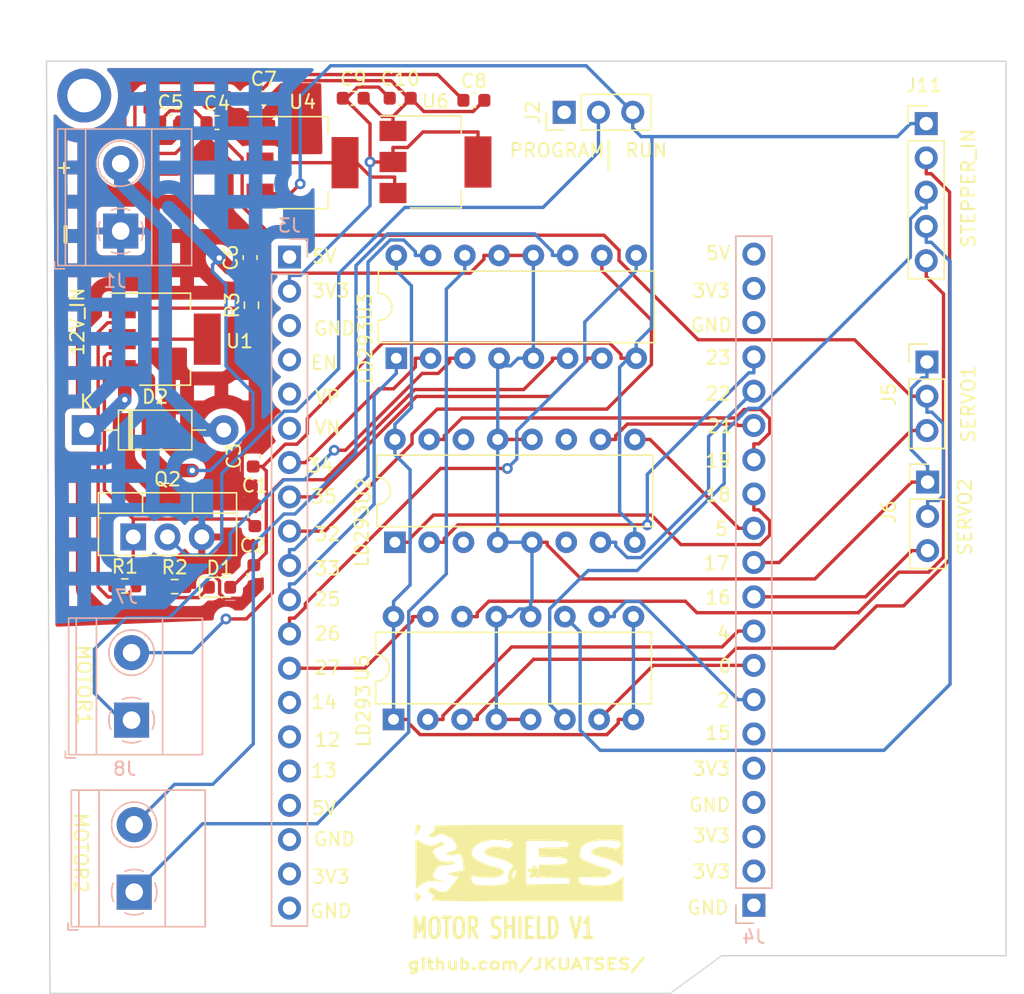
<source format=kicad_pcb>
(kicad_pcb (version 20211014) (generator pcbnew)
  (layers (0 "F.Cu" signal) (31 "B.Cu" signal) (34 "B.Paste" user) (35 "F.Paste" user) (36 "B.SilkS" user "B.Silkscreen") (37 "F.SilkS" user "F.Silkscreen") (38 "B.Mask" user) (39 "F.Mask" user) (44 "Edge.Cuts" user))
  (net 0 "")
  (net 1 "Net-(C1-Pad1)")
  (net 2 "GND")
  (net 3 "Net-(D1-Pad1)")
  (net 4 "+5V")
  (net 6 "12V")
  (net 7 "SERVO_5V")
  (net 8 "STEPPER_IN3")
  (net 9 "STEPPER_IN1")
  (net 10 "END")
  (net 11 "SERVO2_SIGNAL")
  (net 12 "SERVO1_SIGNAL")
  (net 13 "ENC")
  (net 14 "IN8")
  (net 15 "MOTOR_A_OUT+")
  (net 16 "MOTOR_A_OUT-")
  (net 17 "MOTOR_B_OUT+")
  (net 18 "MOTOR_B_OUT-")
  (net 19 "MOTOR_C_OUT-")
  (net 20 "MOTOR_C_OUT+")
  (net 21 "MOTOR_D_OUT+")
  (net 22 "MOTOR_D_OUT-")
  (net 23 "OUT1")
  (net 24 "OUT3")
  (net 25 "OUT2")
  (net 26 "OUT4")
  (net 27 "IN5")
  (net 28 "IN6")
  (net 29 "IN7")
  (net 30 "ENA")
  (net 31 "IN1")
  (net 32 "IN2")
  (net 33 "ENB")
  (net 34 "IN3")
  (net 35 "IN4")
  (net 36 "STEPPER_IN2")
  (net 37 "STEPPER_IN4")
  (net 58 "Net-(R1-Pad2)")
  (net 59 "Net-(C6-Pad1)")
  (net 60 "3v3")
  (net 61 "Net-(J2-Pad2)")
  (net 62 "3V3")
  (net 64 "Net-(J1-Pad2)")
  (footprint "custom-footprints:sesboard-logo" (layer "F.Cu") (at 96.774 118.745)
    (fp_text reference "G***")
    (fp_text value "LOGO" hide)
  )
  (footprint "Connector_PinHeader_2.54mm:PinHeader_1x03_P2.54mm_Vertical" (layer "F.Cu") (at 98.567 61.951 90)
    (fp_text reference "J2")
    (fp_text value "Conn_01x03_Female")
  )
  (footprint "Package_TO_SOT_SMD:SOT-223-3_TabPin2" (layer "F.Cu") (at 79.1718 65.6844)
    (fp_text reference "U4")
    (fp_text value "AMS1117-5.0")
  )
  (footprint "Capacitor_SMD:C_0603_1608Metric" (layer "F.Cu") (at 75.6412 91.8464 90)
    (fp_text reference "C1")
    (fp_text value "1uF")
  )
  (footprint "Capacitor_SMD:C_0603_1608Metric" (layer "F.Cu") (at 86.4108 60.9092)
    (fp_text reference "C10")
    (fp_text value "10uF")
  )
  (footprint "Capacitor_SMD:C_0603_1608Metric_Pad1.08x0.95mm_HandSolder" (layer "F.Cu") (at 69.3928 62.6618)
    (fp_text reference "C5")
    (fp_text value "100nF")
  )
  (footprint "Package_TO_SOT_THT:TO-220-3_Vertical" (layer "F.Cu") (at 66.6242 93.4212)
    (fp_text reference "Q2")
    (fp_text value "TIP3055")
  )
  (footprint "Capacitor_SMD:C_0603_1608Metric" (layer "F.Cu") (at 75.5142 87.4268 90)
    (fp_text reference "C3")
    (fp_text value "100nF")
  )
  (footprint "LED_SMD:LED_0603_1608Metric" (layer "F.Cu") (at 73.025 97.155)
    (fp_text reference "D1")
    (fp_text value "GREEN_LED")
  )
  (footprint "Package_DIP:DIP-16_W7.62mm" (layer "F.Cu") (at 86.0194 93.8176 90)
    (fp_text reference "U2")
    (fp_text value "L293D")
  )
  (footprint "Capacitor_SMD:C_0603_1608Metric" (layer "F.Cu") (at 75.2856 72.7202 90)
    (fp_text reference "C6")
    (fp_text value "0.1uF")
  )
  (footprint "Resistor_SMD:R_0603_1608Metric" (layer "F.Cu") (at 66.0024 97.0534)
    (fp_text reference "R1")
    (fp_text value "240R")
  )
  (footprint "Diode_THT:D_DO-41_SOD81_P10.16mm_Horizontal" (layer "F.Cu") (at 63.17 85.5)
    (fp_text reference "D2")
    (fp_text value "1N4007")
  )
  (footprint "Package_TO_SOT_SMD:SOT-223-3_TabPin2" (layer "F.Cu") (at 89.027 65.6336)
    (fp_text reference "U6")
    (fp_text value "AMS1117-3.3")
  )
  (footprint "Connector_PinHeader_2.54mm:PinHeader_1x05_P2.54mm_Vertical" (layer "F.Cu") (at 125.3998 62.7888)
    (fp_text reference "J11")
    (fp_text value "STEPPER_TERMINAL")
  )
  (footprint "Capacitor_SMD:C_0603_1608Metric" (layer "F.Cu") (at 82.931 60.9092)
    (fp_text reference "C9")
    (fp_text value "10uF")
  )
  (footprint "Connector_PinHeader_2.54mm:PinHeader_1x03_P2.54mm_Vertical" (layer "F.Cu") (at 125.5014 89.3572)
    (fp_text reference "J6")
    (fp_text value "SERVO2")
  )
  (footprint "Package_DIP:DIP-16_W7.62mm" (layer "F.Cu") (at 85.9178 106.9494 90)
    (fp_text reference "U5")
    (fp_text value "L293D")
  )
  (footprint "Capacitor_SMD:C_0603_1608Metric" (layer "F.Cu") (at 91.8718 61.0616)
    (fp_text reference "C8")
    (fp_text value "10uF")
  )
  (footprint "Capacitor_SMD:C_0603_1608Metric" (layer "F.Cu") (at 75.565 96.2914 -90)
    (fp_text reference "C2")
    (fp_text value "10uF")
  )
  (footprint "Package_TO_SOT_SMD:SOT-223-3_TabPin2" (layer "F.Cu") (at 68.961 78.7654)
    (fp_text reference "U1")
    (fp_text value "LM317_SOT-223")
  )
  (footprint "Connector_PinHeader_2.54mm:PinHeader_1x03_P2.54mm_Vertical" (layer "F.Cu") (at 125.4506 80.4568)
    (fp_text reference "J5")
    (fp_text value "SERVO1")
  )
  (footprint "Package_DIP:DIP-16_W7.62mm" (layer "F.Cu") (at 86.121 80.1778 90)
    (fp_text reference "U3")
    (fp_text value "L293D")
  )
  (footprint "Resistor_SMD:R_0603_1608Metric" (layer "F.Cu") (at 75.3872 76.2508 90)
    (fp_text reference "R3")
    (fp_text value "2K")
  )
  (footprint "Resistor_SMD:R_0603_1608Metric" (layer "F.Cu") (at 69.6976 97.1042)
    (fp_text reference "R2")
    (fp_text value "2K")
  )
  (footprint "Capacitor_SMD:C_0603_1608Metric" (layer "F.Cu") (at 76.3016 60.9092)
    (fp_text reference "C7")
    (fp_text value "10uF")
  )
  (footprint "Capacitor_SMD:C_0603_1608Metric" (layer "F.Cu") (at 72.8348 62.7126)
    (fp_text reference "C4")
    (fp_text value "10uF")
  )
  (footprint "Connector_PinHeader_2.54mm:PinHeader_1x20_P2.54mm_Vertical" (layer "B.Cu") (at 112.6236 120.7212)
    (fp_text reference "J4")
    (fp_text value "Conn_01x20_Female")
  )
  (footprint "TerminalBlock_Phoenix:TerminalBlock_Phoenix_MKDS-1,5-2_1x02_P5.00mm_Horizontal" (layer "B.Cu") (at 66.5 107 90)
    (fp_text reference "J7")
    (fp_text value "MOTOR_A_OUT")
  )
  (footprint "TerminalBlock_Phoenix:TerminalBlock_Phoenix_MKDS-1,5-2_1x02_P5.00mm_Horizontal" (layer "B.Cu") (at 66.695 119.75 90)
    (fp_text reference "J8")
    (fp_text value "MOTOR_B_OUT")
  )
  (footprint "TerminalBlock_Phoenix:TerminalBlock_Phoenix_MKDS-1,5-2_1x02_P5.00mm_Horizontal" (layer "B.Cu") (at 65.695 70.75 90)
    (fp_text reference "J1")
    (fp_text value "EXTERNAL_MOTOR_POWER")
  )
  (footprint "Connector_PinHeader_2.54mm:PinHeader_1x20_P2.54mm_Vertical" (layer "B.Cu") (at 78.2066 72.6744 180)
    (fp_text reference "J3")
    (fp_text value "Conn_01x20_Female")
  )
  (gr_line (start 101.854 64.008) (end 101.854 66.294) (layer "F.SilkS") (width 0.15))
  (gr_line (start 62.484 127.254) (end 60.452 127.254) (layer "Edge.Cuts") (width 0.1))
  (gr_line (start 60.452 127.254) (end 60.198 58.166) (layer "Edge.Cuts") (width 0.1))
  (gr_line (start 131.318 58.166) (end 131.318 124.46) (layer "Edge.Cuts") (width 0.1))
  (gr_line (start 62.23 58.166) (end 131.318 58.166) (layer "Edge.Cuts") (width 0.1))
  (gr_line (start 110.236 124.46) (end 106.426 127.254) (layer "Edge.Cuts") (width 0.1))
  (gr_line (start 106.426 127.254) (end 62.484 127.254) (layer "Edge.Cuts") (width 0.1))
  (gr_line (start 62.23 58.166) (end 60.198 58.166) (layer "Edge.Cuts") (width 0.1))
  (gr_line (start 131.318 124.46) (end 110.236 124.46) (layer "Edge.Cuts") (width 0.1))
  (gr_text "5V" (at 80.772 72.644) (layer "F.SilkS") (effects (font (size 1 1))))
  (gr_text "VN" (at 81.026 85.344) (layer "F.SilkS") (effects (font (size 1 1))))
  (gr_text "SERVO1" (at 128.524 83.566 90) (layer "F.SilkS") (effects (font (size 1 1))))
  (gr_text "SERVO2" (at 128.27 91.948 90) (layer "F.SilkS") (effects (font (size 1 1))))
  (gr_text "GND" (at 81.534 115.824) (layer "F.SilkS") (effects (font (size 1 1))))
  (gr_text "5" (at 110.236 92.837) (layer "F.SilkS") (effects (font (size 1 1))))
  (gr_text "GND" (at 109.347 113.284) (layer "F.SilkS") (effects (font (size 1 1))))
  (gr_text "22" (at 109.982 82.804) (layer "F.SilkS") (effects (font (size 1 1))))
  (gr_text "23" (at 109.982 80.137) (layer "F.SilkS") (effects (font (size 1 1))))
  (gr_text "GND" (at 109.22 120.904) (layer "F.SilkS") (effects (font (size 1 1))))
  (gr_text "2" (at 110.363 105.537) (layer "F.SilkS") (effects (font (size 1 1))))
  (gr_text "21" (at 110.109 85.217) (layer "F.SilkS") (effects (font (size 1 1))))
  (gr_text "17" (at 109.855 95.377) (layer "F.SilkS") (effects (font (size 1 1))))
  (gr_text "5V" (at 80.772 113.538) (layer "F.SilkS") (effects (font (size 1 1))))
  (gr_text "LD293" (at 83.82 79.756 90) (layer "F.SilkS") (effects (font (size 1 1))))
  (gr_text "33" (at 81.026 95.758) (layer "F.SilkS") (effects (font (size 1 1))))
  (gr_text "26" (at 81.026 100.584) (layer "F.SilkS") (effects (font (size 1 1))))
  (gr_text "15" (at 109.982 107.95) (layer "F.SilkS") (effects (font (size 1 1))))
  (gr_text "5V" (at 109.982 72.39) (layer "F.SilkS") (effects (font (size 1 1))))
  (gr_text "3V3" (at 109.474 115.57) (layer "F.SilkS") (effects (font (size 1 1))))
  (gr_text "25" (at 81.026 98.044) (layer "F.SilkS") (effects (font (size 1 1))))
  (gr_text "3V3" (at 109.474 118.237) (layer "F.SilkS") (effects (font (size 1 1))))
  (gr_text "LD293" (at 83.693 106.68 90) (layer "F.SilkS") (effects (font (size 1 1))))
  (gr_text "GND" (at 109.474 77.724) (layer "F.SilkS") (effects (font (size 1 1))))
  (gr_text "MOTOR SHIELD V1" (at 87.122 122.428) (layer "F.SilkS") (effects (font (size 1.5 1) (thickness 0.25)) (justify left)))
  (gr_text "35" (at 80.772 90.424) (layer "F.SilkS") (effects (font (size 1 1))))
  (gr_text "EN" (at 80.772 80.518) (layer "F.SilkS") (effects (font (size 1 1))))
  (gr_text "MOTOR2\n" (at 62.738 116.84 270) (layer "F.SilkS") (effects (font (size 1 1))))
  (gr_text "github.com/JKUATSES/\n" (at 95.758 125.095) (layer "F.SilkS") (effects (font (size 0.8 1) (thickness 0.2))))
  (gr_text "0" (at 110.49 102.997) (layer "F.SilkS") (effects (font (size 1 1))))
  (gr_text "RUN" (at 104.648 64.77) (layer "F.SilkS") (effects (font (size 1 1))))
  (gr_text "19" (at 109.982 87.757) (layer "F.SilkS") (effects (font (size 1 1))))
  (gr_text "MOTOR1" (at 62.992 104.394 270) (layer "F.SilkS") (effects (font (size 1 1))))
  (gr_text "3V3" (at 81.28 75.184) (layer "F.SilkS") (effects (font (size 1 1))))
  (gr_text "4" (at 110.363 100.584) (layer "F.SilkS") (effects (font (size 1 1))))
  (gr_text "-" (at 61.5 71 90) (layer "F.SilkS") (effects (font (size 1.5 1.5) (thickness 0.3)) (justify mirror)))
  (gr_text "3V3" (at 81.28 118.618) (layer "F.SilkS") (effects (font (size 1 1))))
  (gr_text "GND" (at 81.534 77.978) (layer "F.SilkS") (effects (font (size 1 1))))
  (gr_text "12" (at 81.026 108.458) (layer "F.SilkS") (effects (font (size 1 1))))
  (gr_text "13" (at 80.772 110.744) (layer "F.SilkS") (effects (font (size 1 1))))
  (gr_text "14" (at 80.772 105.664) (layer "F.SilkS") (effects (font (size 1 1))))
  (gr_text "12V_IN" (at 62.484 77.47 90) (layer "F.SilkS") (effects (font (size 1 1))))
  (gr_text "18" (at 109.982 90.297) (layer "F.SilkS") (effects (font (size 1 1))))
  (gr_text "VP" (at 81.026 83.058) (layer "F.SilkS") (effects (font (size 1 1))))
  (gr_text "3V3" (at 109.474 110.617) (layer "F.SilkS") (effects (font (size 1 1))))
  (gr_text "16" (at 109.982 97.917) (layer "F.SilkS") (effects (font (size 1 1))))
  (gr_text "32" (at 81.026 93.218) (layer "F.SilkS") (effects (font (size 1 1))))
  (gr_text "LD293" (at 83.566 93.345 90) (layer "F.SilkS") (effects (font (size 1 1))))
  (gr_text "34" (at 80.518 88.138) (layer "F.SilkS") (effects (font (size 1 1))))
  (gr_text "+" (at 61.5 66) (layer "F.SilkS") (effects (font (size 1 1))))
  (gr_text "27" (at 81.026 103.124) (layer "F.SilkS") (effects (font (size 1 1))))
  (gr_text "GND" (at 81.28 121.158) (layer "F.SilkS") (effects (font (size 1 1))))
  (gr_text "STEPPER_IN\n" (at 128.524 67.564 90) (layer "F.SilkS") (effects (font (size 1 1))))
  (gr_text "3V3" (at 109.474 75.184) (layer "F.SilkS") (effects (font (size 1 1))))
  (gr_text "PROGRAM" (at 98.044 64.77) (layer "F.SilkS") (effects (font (size 1 1))))
  (via (at 62.992 60.706) (size 4) (drill 2.5) (layers "F.Cu" "B.Cu") (net 0))
  (segment (start 64.4856 89.9573) (end 64.4856 80.0908) (width 0.25) (layer "F.Cu") (net 1))
  (segment (start 66.6242 93.4212) (end 66.6242 95.6066) (width 0.25) (layer "F.Cu") (net 1))
  (segment (start 66.6242 92.2085) (end 66.6242 92.0959) (width 0.25) (layer "F.Cu") (net 1))
  (segment (start 66.6242 92.7585) (end 66.6242 93.4212) (width 0.25) (layer "F.Cu") (net 1))
  (segment (start 64.4856 80.0908) (end 64.7357 79.8407) (width 0.25) (layer "F.Cu") (net 1))
  (segment (start 72.111 78.7654) (end 65.811 78.7654) (width 0.25) (layer "F.Cu") (net 1))
  (segment (start 64.7357 79.8407) (end 65.811 79.8407) (width 0.25) (layer "F.Cu") (net 1))
  (segment (start 66.6242 92.0959) (end 64.4856 89.9573) (width 0.25) (layer "F.Cu") (net 1))
  (segment (start 66.6242 92.7585) (end 66.6242 92.2085) (width 0.25) (layer "F.Cu") (net 1))
  (segment (start 66.6242 95.6066) (end 65.1774 97.0534) (width 0.25) (layer "F.Cu") (net 1))
  (segment (start 66.6242 92.0959) (end 75.1157 92.0959) (width 0.25) (layer "F.Cu") (net 1))
  (segment (start 75.1157 92.0959) (end 75.6412 92.6214) (width 0.25) (layer "F.Cu") (net 1))
  (segment (start 65.811 78.7654) (end 65.811 79.8407) (width 0.25) (layer "F.Cu") (net 1))
  (segment (start 76.1932 76.2318) (end 76.1932 85.9728) (width 0.25) (layer "F.Cu") (net 2))
  (segment (start 68.4395 61.3584) (end 72.2556 61.3584) (width 0.25) (layer "F.Cu") (net 2))
  (segment (start 77.0766 61.2543) (end 76.0218 62.3091) (width 0.25) (layer "F.Cu") (net 2))
  (segment (start 76.1932 85.9728) (end 75.5142 86.6518) (width 0.25) (layer "F.Cu") (net 2))
  (segment (start 87.0323 61.103) (end 85.877 62.2583) (width 0.25) (layer "F.Cu") (net 2))
  (segment (start 77.0766 60.9092) (end 77.0766 61.2543) (width 0.25) (layer "F.Cu") (net 2))
  (segment (start 75.3872 75.4258) (end 76.1932 76.2318) (width 0.25) (layer "F.Cu") (net 2))
  (segment (start 88.1677 61.8911) (end 91.8173 61.8911) (width 0.25) (layer "F.Cu") (net 2))
  (segment (start 76.0218 62.8467) (end 76.0218 62.3091) (width 0.25) (layer "F.Cu") (net 2))
  (segment (start 92.6157 72.8391) (end 92.6157 72.5578) (width 0.25) (layer "F.Cu") (net 2))
  (segment (start 72.2514 95.9226) (end 73.025 96.6962) (width 0.25) (layer "F.Cu") (net 2))
  (segment (start 93.741 72.5578) (end 92.6157 72.5578) (width 0.25) (layer "F.Cu") (net 2))
  (segment (start 96.0778 106.9494) (end 93.5378 106.9494) (width 0.25) (layer "F.Cu") (net 2))
  (segment (start 97.3047 93.8176) (end 97.3047 94.0223) (width 0.25) (layer "F.Cu") (net 2))
  (segment (start 74.7023 86.67) (end 74.7023 90.1325) (width 0.25) (layer "F.Cu") (net 2))
  (segment (start 91.5795 73.8753) (end 92.6157 72.8391) (width 0.25) (layer "F.Cu") (net 2))
  (segment (start 71.7042 95.9226) (end 72.2514 95.9226) (width 0.25) (layer "F.Cu") (net 2))
  (segment (start 76.1201 74.6929) (end 75.3872 75.4258) (width 0.25) (layer "F.Cu") (net 2))
  (segment (start 85.7288 59.6057) (end 87.0323 60.9092) (width 0.25) (layer "F.Cu") (net 2))
  (segment (start 68.3815 63.891) (end 67.6577 63.1672) (width 0.25) (layer "F.Cu") (net 2))
  (segment (start 76.0218 63.3844) (end 76.0218 62.8467) (width 0.25) (layer "F.Cu") (net 2))
  (segment (start 73.3707 97.969) (end 74.6624 97.969) (width 0.25) (layer "F.Cu") (net 2))
  (segment (start 67.6577 63.1672) (end 67.6577 62.1402) (width 0.25) (layer "F.Cu") (net 2))
  (segment (start 91.8173 61.8911) (end 92.6468 61.0616) (width 0.25) (layer "F.Cu") (net 2))
  (segment (start 87.0323 60.9092) (end 87.1858 60.9092) (width 0.25) (layer "F.Cu") (net 2))
  (segment (start 96.1794 93.8176) (end 97.3047 93.8176) (width 0.25) (layer "F.Cu") (net 2))
  (segment (start 73.025 97.6233) (end 73.3707 97.969) (width 0.25) (layer "F.Cu") (net 2))
  (segment (start 85.877 63.3336) (end 85.877 62.2583) (width 0.25) (layer "F.Cu") (net 2))
  (segment (start 75.5142 86.6518) (end 74.7205 86.6518) (width 0.25) (layer "F.Cu") (net 2))
  (segment (start 93.6394 86.1976) (end 96.1794 86.1976) (width 0.25) (layer "F.Cu") (net 2))
  (segment (start 96.281 72.5578) (end 93.741 72.5578) (width 0.25) (layer "F.Cu") (net 2))
  (segment (start 73.025 96.6962) (end 73.025 97.6233) (width 0.25) (layer "F.Cu") (net 2))
  (segment (start 75.2856 71.9452) (end 76.1201 72.7797) (width 0.25) (layer "F.Cu") (net 2))
  (segment (start 78.3801 59.6057) (end 85.7288 59.6057) (width 0.25) (layer "F.Cu") (net 2))
  (segment (start 87.0323 60.9092) (end 87.0323 61.103) (width 0.25) (layer "F.Cu") (net 2))
  (segment (start 85.0551 62.2583) (end 85.877 62.2583) (width 0.25) (layer "F.Cu") (net 2))
  (segment (start 69.0261 63.891) (end 68.3815 63.891) (width 0.25) (layer "F.Cu") (net 2))
  (segment (start 77.0766 60.9092) (end 78.3801 59.6057) (width 0.25) (layer "F.Cu") (net 2))
  (segment (start 87.1858 60.9092) (end 88.1677 61.8911) (width 0.25) (layer "F.Cu") (net 2))
  (segment (start 76.1201 73.8753) (end 91.5795 73.8753) (width 0.25) (layer "F.Cu") (net 2))
  (segment (start 74.7023 90.1325) (end 75.6412 91.0714) (width 0.25) (layer "F.Cu") (net 2))
  (segment (start 72.2556 61.3584) (end 73.6098 62.7126) (width 0.25) (layer "F.Cu") (net 2))
  (segment (start 74.7205 86.6518) (end 74.7023 86.67) (width 0.25) (layer "F.Cu") (net 2))
  (segment (start 70.2553 62.6618) (end 69.0261 63.891) (width 0.25) (layer "F.Cu") (net 2))
  (segment (start 83.706 60.9092) (end 85.0551 62.2583) (width 0.25) (layer "F.Cu") (net 2))
  (segment (start 117.149 96.5343) (end 124.3261 89.3572) (width 0.25) (layer "F.Cu") (net 2))
  (segment (start 67.6577 62.1402) (end 68.4395 61.3584) (width 0.25) (layer "F.Cu") (net 2))
  (segment (start 97.3047 94.0223) (end 99.8167 96.5343) (width 0.25) (layer "F.Cu") (net 2))
  (segment (start 125.5014 89.3572) (end 124.3261 89.3572) (width 0.25) (layer "F.Cu") (net 2))
  (segment (start 73.7439 62.8467) (end 73.6098 62.7126) (width 0.25) (layer "F.Cu") (net 2))
  (segment (start 71.7042 95.9226) (end 70.5226 97.1042) (width 0.25) (layer "F.Cu") (net 2))
  (segment (start 71.7042 93.4212) (end 71.7042 95.9226) (width 0.25) (layer "F.Cu") (net 2))
  (segment (start 99.8167 96.5343) (end 117.149 96.5343) (width 0.25) (layer "F.Cu") (net 2))
  (segment (start 76.0218 62.8467) (end 73.7439 62.8467) (width 0.25) (layer "F.Cu") (net 2))
  (segment (start 74.6624 97.969) (end 75.565 97.0664) (width 0.25) (layer "F.Cu") (net 2))
  (segment (start 76.1201 72.7797) (end 76.1201 73.8753) (width 0.25) (layer "F.Cu") (net 2))
  (segment (start 76.1201 73.8753) (end 76.1201 74.6929) (width 0.25) (layer "F.Cu") (net 2))
  (segment (start 93.741 80.1778) (end 93.741 80.7404) (width 0.25) (layer "B.Cu") (net 2))
  (segment (start 96.281 72.5578) (end 96.281 80.1778) (width 0.25) (layer "B.Cu") (net 2))
  (segment (start 96.1794 98.1025) (end 96.1794 93.8176) (width 0.25) (layer "B.Cu") (net 2))
  (segment (start 93.741 80.7404) (end 93.6394 80.842) (width 0.25) (layer "B.Cu") (net 2))
  (segment (start 93.6394 87.3229) (end 93.6255 87.3368) (width 0.25) (layer "B.Cu") (net 2))
  (segment (start 93.6255 92.6784) (end 93.6394 92.6923) (width 0.25) (layer "B.Cu") (net 2))
  (segment (start 93.6394 93.8176) (end 93.6394 92.6923) (width 0.25) (layer "B.Cu") (net 2))
  (segment (start 96.1794 93.8176) (end 95.0541 93.8176) (width 0.25) (layer "B.Cu") (net 2))
  (segment (start 93.6394 80.842) (end 93.6394 85.0723) (width 0.25) (layer "B.Cu") (net 2))
  (segment (start 96.281 80.1778) (end 95.1557 80.1778) (width 0.25) (layer "B.Cu") (net 2))
  (segment (start 124.2753 86.9558) (end 124.2753 82.44) (width 0.25) (layer "B.Cu") (net 2))
  (segment (start 93.5378 106.9494) (end 93.5378 99.3294) (width 0.25) (layer "B.Cu") (net 2))
  (segment (start 125.5014 88.1819) (end 124.2753 86.9558) (width 0.25) (layer "B.Cu") (net 2))
  (segment (start 93.6394 86.1976) (end 93.6394 87.3229) (width 0.25) (layer "B.Cu") (net 2))
  (segment (start 93.6255 87.3368) (end 93.6255 92.6784) (width 0.25) (layer "B.Cu") (net 2))
  (segment (start 95.2258 98.7667) (end 94.6631 99.3294) (width 0.25) (layer "B.Cu") (net 2))
  (segment (start 93.741 80.7404) (end 94.5931 80.7404) (width 0.25) (layer "B.Cu") (net 2))
  (segment (start 96.0778 99.3294) (end 96.0778 98.7667) (width 0.25) (layer "B.Cu") (net 2))
  (segment (start 93.6394 93.8176) (end 95.0541 93.8176) (width 0.25) (layer "B.Cu") (net 2))
  (segment (start 94.5931 80.7404) (end 95.1557 80.1778) (width 0.25) (layer "B.Cu") (net 2))
  (segment (start 96.0778 98.7667) (end 95.2258 98.7667) (width 0.25) (layer "B.Cu") (net 2))
  (segment (start 96.0778 98.7667) (end 96.0778 98.2041) (width 0.25) (layer "B.Cu") (net 2))
  (segment (start 93.6394 86.1976) (end 93.6394 85.0723) (width 0.25) (layer "B.Cu") (net 2))
  (segment (start 96.0778 98.2041) (end 96.1794 98.1025) (width 0.25) (layer "B.Cu") (net 2))
  (segment (start 125.5014 89.3572) (end 125.5014 88.1819) (width 0.25) (layer "B.Cu") (net 2))
  (segment (start 124.2753 82.44) (end 125.0832 81.6321) (width 0.25) (layer "B.Cu") (net 2))
  (segment (start 93.5378 99.3294) (end 94.6631 99.3294) (width 0.25) (layer "B.Cu") (net 2))
  (segment (start 125.4506 80.4568) (end 125.4506 81.6321) (width 0.25) (layer "B.Cu") (net 2))
  (segment (start 125.0832 81.6321) (end 125.4506 81.6321) (width 0.25) (layer "B.Cu") (net 2))
  (segment (start 68.8726 97.1042) (end 69.6875 97.9191) (width 0.25) (layer "F.Cu") (net 3))
  (segment (start 71.4734 97.9191) (end 72.2375 97.155) (width 0.25) (layer "F.Cu") (net 3))
  (segment (start 69.6875 97.9191) (end 71.4734 97.9191) (width 0.25) (layer "F.Cu") (net 3))
  (segment (start 102.5725 107.2307) (end 101.7285 108.0747) (width 0.25) (layer "F.Cu") (net 4))
  (segment (start 103.6978 106.9494) (end 102.5725 106.9494) (width 0.25) (layer "F.Cu") (net 4))
  (segment (start 85.9178 106.9494) (end 87.0431 106.9494) (width 0.25) (layer "F.Cu") (net 4))
  (segment (start 101.7285 108.0747) (end 87.887 108.0747) (width 0.25) (layer "F.Cu") (net 4))
  (segment (start 102.5725 106.9494) (end 102.5725 107.2307) (width 0.25) (layer "F.Cu") (net 4))
  (segment (start 87.0431 107.2308) (end 87.0431 106.9494) (width 0.25) (layer "F.Cu") (net 4))
  (segment (start 87.887 108.0747) (end 87.0431 107.2308) (width 0.25) (layer "F.Cu") (net 4))
  (segment (start 85.9178 99.3294) (end 85.9178 106.9494) (width 0.25) (layer "B.Cu") (net 4))
  (segment (start 86.0194 86.1976) (end 86.0194 85.0723) (width 0.25) (layer "B.Cu") (net 4))
  (segment (start 86.121 73.6831) (end 87.2464 74.8085) (width 0.25) (layer "B.Cu") (net 4))
  (segment (start 87.2464 74.8085) (end 87.2464 83.8453) (width 0.25) (layer "B.Cu") (net 4))
  (segment (start 86.0194 86.1976) (end 86.0194 87.3229) (width 0.25) (layer "B.Cu") (net 4))
  (segment (start 87.1448 88.4483) (end 87.1448 96.9771) (width 0.25) (layer "B.Cu") (net 4))
  (segment (start 87.2464 83.8453) (end 86.0194 85.0723) (width 0.25) (layer "B.Cu") (net 4))
  (segment (start 86.121 72.5578) (end 86.121 73.6831) (width 0.25) (layer "B.Cu") (net 4))
  (segment (start 103.6978 106.9494) (end 103.6978 99.3294) (width 0.25) (layer "B.Cu") (net 4))
  (segment (start 86.0194 87.3229) (end 87.1448 88.4483) (width 0.25) (layer "B.Cu") (net 4))
  (segment (start 85.9178 99.3294) (end 85.9178 98.2041) (width 0.25) (layer "B.Cu") (net 4))
  (segment (start 87.1448 96.9771) (end 85.9178 98.2041) (width 0.25) (layer "B.Cu") (net 4))
  (segment (start 85.1164 79.0524) (end 79.5323 84.6365) (width 0.25) (layer "F.Cu") (net 6))
  (segment (start 75.565 95.5164) (end 73.9264 97.155) (width 0.25) (layer "F.Cu") (net 6))
  (segment (start 78.2656 67.9844) (end 76.0218 67.9844) (width 0.25) (layer "F.Cu") (net 6))
  (segment (start 76.1537 88.2018) (end 76.1953 88.2434) (width 0.25) (layer "F.Cu") (net 6))
  (segment (start 102.7757 79.8965) (end 101.9316 79.0524) (width 0.25) (layer "F.Cu") (net 6))
  (segment (start 76.4866 88.5347) (end 76.4866 94.5948) (width 0.25) (layer "F.Cu") (net 6))
  (segment (start 101.9316 79.0524) (end 85.1164 79.0524) (width 0.25) (layer "F.Cu") (net 6))
  (segment (start 73.9264 97.155) (end 73.8125 97.155) (width 0.25) (layer "F.Cu") (net 6))
  (segment (start 76.4866 94.5948) (end 75.565 95.5164) (width 0.25) (layer "F.Cu") (net 6))
  (segment (start 79 67.25) (end 78.2656 67.9844) (width 0.25) (layer "F.Cu") (net 6))
  (segment (start 76.1953 88.2434) (end 76.4866 88.5347) (width 0.25) (layer "F.Cu") (net 6))
  (segment (start 79.5323 84.6365) (end 79.5323 85.7699) (width 0.25) (layer "F.Cu") (net 6))
  (segment (start 75.5142 88.2018) (end 76.1537 88.2018) (width 0.25) (layer "F.Cu") (net 6))
  (segment (start 79.5323 85.7699) (end 78.7524 86.5498) (width 0.25) (layer "F.Cu") (net 6))
  (segment (start 102.7757 80.1778) (end 102.7757 79.8965) (width 0.25) (layer "F.Cu") (net 6))
  (segment (start 77.8889 86.5498) (end 76.1953 88.2434) (width 0.25) (layer "F.Cu") (net 6))
  (segment (start 103.901 80.1778) (end 102.7757 80.1778) (width 0.25) (layer "F.Cu") (net 6))
  (segment (start 78.7524 86.5498) (end 77.8889 86.5498) (width 0.25) (layer "F.Cu") (net 6))
  (via (at 79 67.25) (size 0.8) (drill 0.4) (layers "F.Cu" "B.Cu") (net 6))
  (segment (start 103.7994 93.8176) (end 103.7994 92.6923) (width 0.25) (layer "B.Cu") (net 6))
  (segment (start 103.647 61.951) (end 100.196 58.5) (width 0.25) (layer "B.Cu") (net 6))
  (segment (start 125.3998 62.7888) (end 124.2245 62.7888) (width 0.25) (layer "B.Cu") (net 6))
  (segment (start 102.6741 80.842) (end 102.6741 91.567) (width 0.25) (layer "B.Cu") (net 6))
  (segment (start 100 58.5) (end 81.25 58.5) (width 0.25) (layer "B.Cu") (net 6))
  (segment (start 124.2245 62.7888) (end 123.2608 63.7525) (width 0.25) (layer "B.Cu") (net 6))
  (segment (start 79 60.75) (end 79 67.25) (width 0.25) (layer "B.Cu") (net 6))
  (segment (start 100.196 58.5) (end 100 58.5) (width 0.25) (layer "B.Cu") (net 6))
  (segment (start 102.6741 91.567) (end 103.7994 92.6923) (width 0.25) (layer "B.Cu") (net 6))
  (segment (start 103.901 79.6151) (end 102.6741 80.842) (width 0.25) (layer "B.Cu") (net 6))
  (segment (start 103.647 61.951) (end 103.647 63.1263) (width 0.25) (layer "B.Cu") (net 6))
  (segment (start 123.2608 63.7525) (end 105.0657 63.7525) (width 0.25) (layer "B.Cu") (net 6))
  (segment (start 81.25 58.5) (end 79 60.75) (width 0.25) (layer "B.Cu") (net 6))
  (segment (start 105.0657 63.7525) (end 104.2732 63.7525) (width 0.25) (layer "B.Cu") (net 6))
  (segment (start 103.901 79.6151) (end 103.901 79.0525) (width 0.25) (layer "B.Cu") (net 6))
  (segment (start 103.901 80.1778) (end 103.901 79.6151) (width 0.25) (layer "B.Cu") (net 6))
  (segment (start 104.2732 63.7525) (end 103.647 63.1263) (width 0.25) (layer "B.Cu") (net 6))
  (segment (start 105.0657 77.8878) (end 103.901 79.0525) (width 0.25) (layer "B.Cu") (net 6))
  (segment (start 105.0657 63.7525) (end 105.0657 77.8878) (width 0.25) (layer "B.Cu") (net 6))
  (segment (start 74.25 61) (end 75.4358 61) (width 0.25) (layer "F.Cu") (net 7))
  (segment (start 71.1818 61.8346) (end 69.3575 61.8346) (width 0.25) (layer "F.Cu") (net 7))
  (segment (start 67.5 60.5) (end 73.75 60.5) (width 0.25) (layer "F.Cu") (net 7))
  (segment (start 72.0598 62.7126) (end 71.1818 61.8346) (width 0.25) (layer "F.Cu") (net 7))
  (segment (start 72.0374 62.7126) (end 69.75 65) (width 0.25) (layer "F.Cu") (net 7))
  (segment (start 86 66.75) (end 86 67.25) (width 0.25) (layer "F.Cu") (net 7))
  (segment (start 101.5194 71.0595) (end 102.631 72.1711) (width 0.25) (layer "F.Cu") (net 7))
  (segment (start 125.4506 82.9968) (end 124.2753 82.9968) (width 0.25) (layer "F.Cu") (net 7))
  (segment (start 74.6965 65.6844) (end 74.6965 68.9152) (width 0.25) (layer "F.Cu") (net 7))
  (segment (start 84.25 66.75) (end 86 66.75) (width 0.25) (layer "F.Cu") (net 7))
  (segment (start 66.75 63.5) (end 66.75 61.25) (width 0.25) (layer "F.Cu") (net 7))
  (segment (start 77.2818 59.154) (end 89.1892 59.154) (width 0.25) (layer "F.Cu") (net 7))
  (segment (start 76.8408 71.0595) (end 101.5194 71.0595) (width 0.25) (layer "F.Cu") (net 7))
  (segment (start 74.8091 65.6844) (end 74.6965 65.6844) (width 0.25) (layer "F.Cu") (net 7))
  (segment (start 83.1844 65.6844) (end 84.25 66.75) (width 0.25) (layer "F.Cu") (net 7))
  (segment (start 72.0598 62.7126) (end 72.0374 62.7126) (width 0.25) (layer "F.Cu") (net 7))
  (segment (start 76.0218 65.6844) (end 74.8091 65.6844) (width 0.25) (layer "F.Cu") (net 7))
  (segment (start 69.3575 61.8346) (end 68.5303 62.6618) (width 0.25) (layer "F.Cu") (net 7))
  (segment (start 82.3218 65.6844) (end 83.1844 65.6844) (width 0.25) (layer "F.Cu") (net 7))
  (segment (start 73.75 60.5) (end 74.25 61) (width 0.25) (layer "F.Cu") (net 7))
  (segment (start 74.6965 68.9152) (end 76.8408 71.0595) (width 0.25) (layer "F.Cu") (net 7))
  (segment (start 74.6965 65.3493) (end 72.0598 62.7126) (width 0.25) (layer "F.Cu") (net 7))
  (segment (start 75.4358 61) (end 75.5266 60.9092) (width 0.25) (layer "F.Cu") (net 7))
  (segment (start 68.25 65) (end 66.75 63.5) (width 0.25) (layer "F.Cu") (net 7))
  (segment (start 89.1892 59.154) (end 90.778602 60.743402) (width 0.25) (layer "F.Cu") (net 7))
  (segment (start 102.631 72.1711) (end 102.631 72.9441) (width 0.25) (layer "F.Cu") (net 7))
  (segment (start 69.75 65) (end 68.25 65) (width 0.25) (layer "F.Cu") (net 7))
  (segment (start 76.0218 65.6844) (end 82.3218 65.6844) (width 0.25) (layer "F.Cu") (net 7))
  (segment (start 66.75 61.25) (end 67.5 60.5) (width 0.25) (layer "F.Cu") (net 7))
  (segment (start 74.6965 65.6844) (end 74.6965 65.3493) (width 0.25) (layer "F.Cu") (net 7))
  (segment (start 82.3218 65.6844) (end 82.3218 65.2704) (width 0.25) (layer "F.Cu") (net 7))
  (segment (start 102.631 72.9441) (end 108.4981 78.8112) (width 0.25) (layer "F.Cu") (net 7))
  (segment (start 75.5266 60.9092) (end 77.2818 59.154) (width 0.25) (layer "F.Cu") (net 7))
  (segment (start 86.5397 67.9336) (end 85.877 67.9336) (width 0.25) (layer "F.Cu") (net 7))
  (segment (start 120.0897 78.8112) (end 124.2753 82.9968) (width 0.25) (layer "F.Cu") (net 7))
  (segment (start 108.4981 78.8112) (end 120.0897 78.8112) (width 0.25) (layer "F.Cu") (net 7))
  (segment (start 125.5014 91.8972) (end 125.5014 90.7219) (width 0.25) (layer "B.Cu") (net 7))
  (segment (start 125.4506 84.1721) (end 125.8179 84.1721) (width 0.25) (layer "B.Cu") (net 7))
  (segment (start 125.4506 82.9968) (end 125.4506 84.1721) (width 0.25) (layer "B.Cu") (net 7))
  (segment (start 126.3095 90.7219) (end 125.5014 90.7219) (width 0.25) (layer "B.Cu") (net 7))
  (segment (start 126.6767 90.3547) (end 126.3095 90.7219) (width 0.25) (layer "B.Cu") (net 7))
  (segment (start 125.8179 84.1721) (end 126.6767 85.0309) (width 0.25) (layer "B.Cu") (net 7))
  (segment (start 126.6767 85.0309) (end 126.6767 90.3547) (width 0.25) (layer "B.Cu") (net 7))
  (segment (start 103.127 98.2041) (end 102.2831 99.048) (width 0.25) (layer "B.Cu") (net 8))
  (segment (start 112.6236 105.4812) (end 111.4483 105.4812) (width 0.25) (layer "B.Cu") (net 8))
  (segment (start 104.1712 98.2041) (end 103.127 98.2041) (width 0.25) (layer "B.Cu") (net 8))
  (segment (start 101.1578 99.3294) (end 102.2831 99.3294) (width 0.25) (layer "B.Cu") (net 8))
  (segment (start 102.2831 99.048) (end 102.2831 99.3294) (width 0.25) (layer "B.Cu") (net 8))
  (segment (start 111.4483 105.4812) (end 104.1712 98.2041) (width 0.25) (layer "B.Cu") (net 8))
  (segment (start 94.6747 101.5765) (end 110.273 101.5765) (width 0.25) (layer "F.Cu") (net 9))
  (segment (start 89.5831 106.9494) (end 89.5831 106.6681) (width 0.25) (layer "F.Cu") (net 9))
  (segment (start 89.5831 106.6681) (end 94.6747 101.5765) (width 0.25) (layer "F.Cu") (net 9))
  (segment (start 110.273 101.5765) (end 111.4483 100.4012) (width 0.25) (layer "F.Cu") (net 9))
  (segment (start 88.4578 106.9494) (end 89.5831 106.9494) (width 0.25) (layer "F.Cu") (net 9))
  (segment (start 112.6236 100.4012) (end 111.4483 100.4012) (width 0.25) (layer "F.Cu") (net 9))
  (segment (start 111.4483 92.7212) (end 104.9247 86.1976) (width 0.25) (layer "F.Cu") (net 10))
  (segment (start 111.4483 92.7812) (end 111.4483 92.7212) (width 0.25) (layer "F.Cu") (net 10))
  (segment (start 103.7994 86.1976) (end 104.9247 86.1976) (width 0.25) (layer "F.Cu") (net 10))
  (segment (start 112.6236 92.7812) (end 111.4483 92.7812) (width 0.25) (layer "F.Cu") (net 10))
  (segment (start 120.9021 97.8612) (end 124.3261 94.4372) (width 0.25) (layer "F.Cu") (net 11))
  (segment (start 112.6236 97.8612) (end 120.9021 97.8612) (width 0.25) (layer "F.Cu") (net 11))
  (segment (start 125.5014 94.4372) (end 124.3261 94.4372) (width 0.25) (layer "F.Cu") (net 11))
  (segment (start 125.4506 85.5368) (end 124.2753 85.5368) (width 0.25) (layer "F.Cu") (net 12))
  (segment (start 124.2753 85.5368) (end 114.4909 95.3212) (width 0.25) (layer "F.Cu") (net 12))
  (segment (start 114.4909 95.3212) (end 112.6236 95.3212) (width 0.25) (layer "F.Cu") (net 12))
  (segment (start 113.7989 92.2244) (end 113.7989 93.2885) (width 0.25) (layer "F.Cu") (net 13))
  (segment (start 113.7989 93.2885) (end 113.0975 93.9899) (width 0.25) (layer "F.Cu") (net 13))
  (segment (start 105.0266 91.8023) (end 88.8787 91.8023) (width 0.25) (layer "F.Cu") (net 13))
  (segment (start 112.6236 91.4165) (end 112.991 91.4165) (width 0.25) (layer "F.Cu") (net 13))
  (segment (start 113.0975 93.9899) (end 107.2142 93.9899) (width 0.25) (layer "F.Cu") (net 13))
  (segment (start 87.1447 93.5363) (end 87.1447 93.8176) (width 0.25) (layer "F.Cu") (net 13))
  (segment (start 107.2142 93.9899) (end 105.0266 91.8023) (width 0.25) (layer "F.Cu") (net 13))
  (segment (start 88.8787 91.8023) (end 87.1447 93.5363) (width 0.25) (layer "F.Cu") (net 13))
  (segment (start 112.991 91.4165) (end 113.7989 92.2244) (width 0.25) (layer "F.Cu") (net 13))
  (segment (start 86.0194 93.8176) (end 87.1447 93.8176) (width 0.25) (layer "F.Cu") (net 13))
  (segment (start 112.6236 90.2412) (end 112.6236 91.4165) (width 0.25) (layer "F.Cu") (net 13))
  (segment (start 111.2795 84.6051) (end 111.9042 83.9804) (width 0.25) (layer "F.Cu") (net 14))
  (segment (start 111.9042 83.9804) (end 113.1336 83.9804) (width 0.25) (layer "F.Cu") (net 14))
  (segment (start 113.7989 84.6457) (end 113.7989 85.718) (width 0.25) (layer "F.Cu") (net 14))
  (segment (start 112.991 86.5259) (end 112.6236 86.5259) (width 0.25) (layer "F.Cu") (net 14))
  (segment (start 113.1336 83.9804) (end 113.7989 84.6457) (width 0.25) (layer "F.Cu") (net 14))
  (segment (start 113.7989 85.718) (end 112.991 86.5259) (width 0.25) (layer "F.Cu") (net 14))
  (segment (start 88.5594 86.1976) (end 89.6847 86.1976) (width 0.25) (layer "F.Cu") (net 14))
  (segment (start 112.6236 87.7012) (end 112.6236 86.5259) (width 0.25) (layer "F.Cu") (net 14))
  (segment (start 89.6847 86.1976) (end 89.6847 85.9163) (width 0.25) (layer "F.Cu") (net 14))
  (segment (start 89.6847 85.9163) (end 90.9959 84.6051) (width 0.25) (layer "F.Cu") (net 14))
  (segment (start 90.9959 84.6051) (end 111.2795 84.6051) (width 0.25) (layer "F.Cu") (net 14))
  (segment (start 90.0757 80.4592) (end 89.2318 81.3031) (width 0.25) (layer "F.Cu") (net 15))
  (segment (start 82.3546 86.9969) (end 81.5223 86.9969) (width 0.25) (layer "F.Cu") (net 15))
  (segment (start 89.2318 81.3031) (end 88.0484 81.3031) (width 0.25) (layer "F.Cu") (net 15))
  (segment (start 88.0484 81.3031) (end 82.3546 86.9969) (width 0.25) (layer "F.Cu") (net 15))
  (segment (start 91.201 80.1778) (end 90.0757 80.1778) (width 0.25) (layer "F.Cu") (net 15))
  (segment (start 90.0757 80.1778) (end 90.0757 80.4592) (width 0.25) (layer "F.Cu") (net 15))
  (via (at 81.5223 86.9969) (size 0.8) (drill 0.4) (layers "F.Cu" "B.Cu") (net 15))
  (segment (start 73.8164 93.1731) (end 73.8164 94.8907) (width 0.25) (layer "B.Cu") (net 15))
  (segment (start 77.8051 89.1844) (end 73.8164 93.1731) (width 0.25) (layer "B.Cu") (net 15))
  (segment (start 63.75 101.75) (end 63.75 105) (width 0.25) (layer "B.Cu") (net 15))
  (segment (start 69.2912 99.4159) (end 66.0841 99.4159) (width 0.25) (layer "B.Cu") (net 15))
  (segment (start 66.0841 99.4159) (end 63.75 101.75) (width 0.25) (layer "B.Cu") (net 15))
  (segment (start 73.8164 94.8907) (end 69.2912 99.4159) (width 0.25) (layer "B.Cu") (net 15))
  (segment (start 79.3348 89.1844) (end 77.8051 89.1844) (width 0.25) (layer "B.Cu") (net 15))
  (segment (start 65.75 107) (end 66.5 107) (width 0.25) (layer "B.Cu") (net 15))
  (segment (start 63.75 105) (end 65.75 107) (width 0.25) (layer "B.Cu") (net 15))
  (segment (start 81.5223 86.9969) (end 79.3348 89.1844) (width 0.25) (layer "B.Cu") (net 15))
  (segment (start 77.2115 89.7115) (end 77.7386 89.1844) (width 0.25) (layer "F.Cu") (net 16))
  (segment (start 76 98.5) (end 75 99.5) (width 0.25) (layer "F.Cu") (net 16))
  (segment (start 77.7386 89.1844) (end 80.804 89.1844) (width 0.25) (layer "F.Cu") (net 16))
  (segment (start 77.2115 89.7115) (end 76.9366 89.9864) (width 0.25) (layer "F.Cu") (net 16))
  (segment (start 95.5661 82.4999) (end 97.6957 80.3703) (width 0.25) (layer "F.Cu") (net 16))
  (segment (start 97.6957 80.3703) (end 97.6957 80.1778) (width 0.25) (layer "F.Cu") (net 16))
  (segment (start 75 99.5) (end 73.5 99.5) (width 0.25) (layer "F.Cu") (net 16))
  (segment (start 80.804 89.1844) (end 87.4885 82.4999) (width 0.25) (layer "F.Cu") (net 16))
  (segment (start 76.9366 89.9864) (end 76.9366 97.5634) (width 0.25) (layer "F.Cu") (net 16))
  (segment (start 98.821 80.1778) (end 97.6957 80.1778) (width 0.25) (layer "F.Cu") (net 16))
  (segment (start 76.9366 97.5634) (end 76 98.5) (width 0.25) (layer "F.Cu") (net 16))
  (segment (start 87.4885 82.4999) (end 95.5661 82.4999) (width 0.25) (layer "F.Cu") (net 16))
  (via (at 73.5 99.5) (size 0.8) (drill 0.4) (layers "F.Cu" "B.Cu") (net 16))
  (segment (start 73.5 99.5) (end 71 102) (width 0.25) (layer "B.Cu") (net 16))
  (segment (start 71 102) (end 66.5 102) (width 0.25) (layer "B.Cu") (net 16))
  (segment (start 89.8294 75.0547) (end 89.8294 96.1576) (width 0.25) (layer "B.Cu") (net 17))
  (segment (start 91.201 73.6831) (end 89.8294 75.0547) (width 0.25) (layer "B.Cu") (net 17))
  (segment (start 71.7656 114.6794) (end 66.695 119.75) (width 0.25) (layer "B.Cu") (net 17))
  (segment (start 87.0432 98.9438) (end 87.0432 107.8895) (width 0.25) (layer "B.Cu") (net 17))
  (segment (start 89.8294 96.1576) (end 87.0432 98.9438) (width 0.25) (layer "B.Cu") (net 17))
  (segment (start 91.201 72.5578) (end 91.201 73.6831) (width 0.25) (layer "B.Cu") (net 17))
  (segment (start 80.2533 114.6794) (end 71.7656 114.6794) (width 0.25) (layer "B.Cu") (net 17))
  (segment (start 66.675 118.872) (end 66.849 119.046) (width 0.25) (layer "B.Cu") (net 17))
  (segment (start 87.0432 107.8895) (end 80.2533 114.6794) (width 0.25) (layer "B.Cu") (net 17))
  (segment (start 77.7942 91.7244) (end 75.5226 93.996) (width 0.25) (layer "B.Cu") (net 18))
  (segment (start 83.1369 87.1996) (end 78.6121 91.7244) (width 0.25) (layer "B.Cu") (net 18))
  (segment (start 75.5226 93.996) (end 75.5226 108.7544) (width 0.25) (layer "B.Cu") (net 18))
  (segment (start 97.6957 72.5578) (end 97.6957 72.2765) (width 0.25) (layer "B.Cu") (net 18))
  (segment (start 83.1369 73.3041) (end 83.1369 87.1996) (width 0.25) (layer "B.Cu") (net 18))
  (segment (start 85.4783 70.9627) (end 83.1369 73.3041) (width 0.25) (layer "B.Cu") (net 18))
  (segment (start 75.5226 108.7544) (end 72.517 111.76) (width 0.25) (layer "B.Cu") (net 18))
  (segment (start 98.821 72.5578) (end 97.6957 72.5578) (width 0.25) (layer "B.Cu") (net 18))
  (segment (start 78.6121 91.7244) (end 77.7942 91.7244) (width 0.25) (layer "B.Cu") (net 18))
  (segment (start 72.517 111.76) (end 69.685 111.76) (width 0.25) (layer "B.Cu") (net 18))
  (segment (start 97.6957 72.2765) (end 96.3819 70.9627) (width 0.25) (layer "B.Cu") (net 18))
  (segment (start 96.3819 70.9627) (end 85.4783 70.9627) (width 0.25) (layer "B.Cu") (net 18))
  (segment (start 69.685 111.76) (end 66.695 114.75) (width 0.25) (layer "B.Cu") (net 18))
  (segment (start 90.9978 106.9494) (end 92.1231 106.9494) (width 0.25) (layer "F.Cu") (net 23))
  (segment (start 121.7237 98.5364) (end 123.7124 98.5364) (width 0.25) (layer "F.Cu") (net 23))
  (segment (start 111.2979 101.6712) (end 118.5889 101.6712) (width 0.25) (layer "F.Cu") (net 23))
  (segment (start 125.7671 66.5041) (end 125.3998 66.5041) (width 0.25) (layer "F.Cu") (net 23))
  (segment (start 123.7124 98.5364) (end 127.1294 95.1194) (width 0.25) (layer "F.Cu") (net 23))
  (segment (start 127.1294 95.1194) (end 127.1294 67.8664) (width 0.25) (layer "F.Cu") (net 23))
  (segment (start 110.4783 102.4908) (end 111.2979 101.6712) (width 0.25) (layer "F.Cu") (net 23))
  (segment (start 92.1231 106.6681) (end 96.3004 102.4908) (width 0.25) (layer "F.Cu") (net 23))
  (segment (start 118.5889 101.6712) (end 121.7237 98.5364) (width 0.25) (layer "F.Cu") (net 23))
  (segment (start 96.3004 102.4908) (end 110.4783 102.4908) (width 0.25) (layer "F.Cu") (net 23))
  (segment (start 127.1294 67.8664) (end 125.7671 66.5041) (width 0.25) (layer "F.Cu") (net 23))
  (segment (start 92.1231 106.9494) (end 92.1231 106.6681) (width 0.25) (layer "F.Cu") (net 23))
  (segment (start 125.3998 65.3288) (end 125.3998 66.5041) (width 0.25) (layer "F.Cu") (net 23))
  (segment (start 122.2652 109.2393) (end 101.2393 109.2393) (width 0.25) (layer "B.Cu") (net 24))
  (segment (start 127.1661 72.9831) (end 127.1661 104.3384) (width 0.25) (layer "B.Cu") (net 24))
  (segment (start 125.7671 71.5841) (end 127.1661 72.9831) (width 0.25) (layer "B.Cu") (net 24))
  (segment (start 125.3998 70.4088) (end 125.3998 71.5841) (width 0.25) (layer "B.Cu") (net 24))
  (segment (start 101.2393 109.2393) (end 99.75 107.75) (width 0.25) (layer "B.Cu") (net 24))
  (segment (start 127.1661 104.3384) (end 122.2652 109.2393) (width 0.25) (layer "B.Cu") (net 24))
  (segment (start 99.75 100.4616) (end 98.6178 99.3294) (width 0.25) (layer "B.Cu") (net 24))
  (segment (start 99.75 107.75) (end 99.75 100.4616) (width 0.25) (layer "B.Cu") (net 24))
  (segment (start 125.3998 71.5841) (end 125.7671 71.5841) (width 0.25) (layer "B.Cu") (net 24))
  (segment (start 110.4237 85.6947) (end 110.4237 89.4666) (width 0.25) (layer "B.Cu") (net 25))
  (segment (start 97.4928 98.7572) (end 97.4928 105.8244) (width 0.25) (layer "B.Cu") (net 25))
  (segment (start 112.2272 83.8912) (end 110.4237 85.6947) (width 0.25) (layer "B.Cu") (net 25))
  (segment (start 124.2245 69.852) (end 124.2245 72.6846) (width 0.25) (layer "B.Cu") (net 25))
  (segment (start 124.2245 72.6846) (end 113.0179 83.8912) (width 0.25) (layer "B.Cu") (net 25))
  (segment (start 103.9786 95.9117) (end 100.3383 95.9117) (width 0.25) (layer "B.Cu") (net 25))
  (segment (start 125.3998 69.0441) (end 125.0324 69.0441) (width 0.25) (layer "B.Cu") (net 25))
  (segment (start 110.4237 89.4666) (end 103.9786 95.9117) (width 0.25) (layer "B.Cu") (net 25))
  (segment (start 113.0179 83.8912) (end 112.2272 83.8912) (width 0.25) (layer "B.Cu") (net 25))
  (segment (start 97.4928 105.8244) (end 98.299602 106.631202) (width 0.25) (layer "B.Cu") (net 25))
  (segment (start 100.3383 95.9117) (end 97.4928 98.7572) (width 0.25) (layer "B.Cu") (net 25))
  (segment (start 125.3998 67.8688) (end 125.3998 69.0441) (width 0.25) (layer "B.Cu") (net 25))
  (segment (start 125.0324 69.0441) (end 124.2245 69.852) (width 0.25) (layer "B.Cu") (net 25))
  (segment (start 123.3664 96.0338) (end 125.5781 96.0338) (width 0.25) (layer "F.Cu") (net 26))
  (segment (start 125.5781 96.0338) (end 126.6791 94.9328) (width 0.25) (layer "F.Cu") (net 26))
  (segment (start 108.3986 99.0394) (end 120.3608 99.0394) (width 0.25) (layer "F.Cu") (net 26))
  (segment (start 126.6791 94.9328) (end 126.6791 75.4034) (width 0.25) (layer "F.Cu") (net 26))
  (segment (start 90.9978 99.3294) (end 92.1231 99.3294) (width 0.25) (layer "F.Cu") (net 26))
  (segment (start 126.6791 75.4034) (end 125.3998 74.1241) (width 0.25) (layer "F.Cu") (net 26))
  (segment (start 92.1231 99.0481) (end 92.9829 98.1883) (width 0.25) (layer "F.Cu") (net 26))
  (segment (start 125.3998 72.9488) (end 125.3998 74.1241) (width 0.25) (layer "F.Cu") (net 26))
  (segment (start 92.9829 98.1883) (end 107.5475 98.1883) (width 0.25) (layer "F.Cu") (net 26))
  (segment (start 107.5475 98.1883) (end 108.3986 99.0394) (width 0.25) (layer "F.Cu") (net 26))
  (segment (start 120.3608 99.0394) (end 123.3664 96.0338) (width 0.25) (layer "F.Cu") (net 26))
  (segment (start 92.1231 99.3294) (end 92.1231 99.0481) (width 0.25) (layer "F.Cu") (net 26))
  (segment (start 90.6934 92.5276) (end 104.7261 92.5276) (width 0.25) (layer "F.Cu") (net 27))
  (segment (start 89.6847 93.8176) (end 89.6847 93.5363) (width 0.25) (layer "F.Cu") (net 27))
  (segment (start 88.5594 93.8176) (end 89.6847 93.8176) (width 0.25) (layer "F.Cu") (net 27))
  (segment (start 89.6847 93.5363) (end 90.6934 92.5276) (width 0.25) (layer "F.Cu") (net 27))
  (via (at 104.7261 92.5276) (size 0.8) (drill 0.4) (layers "F.Cu" "B.Cu") (net 27))
  (segment (start 104.7261 88.7867) (end 112.2563 81.2565) (width 0.25) (layer "B.Cu") (net 27))
  (segment (start 112.2563 81.2565) (end 112.6236 81.2565) (width 0.25) (layer "B.Cu") (net 27))
  (segment (start 104.7261 92.5276) (end 104.7261 88.7867) (width 0.25) (layer "B.Cu") (net 27))
  (segment (start 112.6236 80.0812) (end 112.6236 81.2565) (width 0.25) (layer "B.Cu") (net 27))
  (segment (start 109.2673 85.9775) (end 112.6236 82.6212) (width 0.25) (layer "B.Cu") (net 28))
  (segment (start 104.2595 94.9518) (end 109.2673 89.944) (width 0.25) (layer "B.Cu") (net 28))
  (segment (start 101.2594 93.8176) (end 102.3847 93.8176) (width 0.25) (layer "B.Cu") (net 28))
  (segment (start 102.3847 94.0989) (end 103.2376 94.9518) (width 0.25) (layer "B.Cu") (net 28))
  (segment (start 102.3847 93.8176) (end 102.3847 94.0989) (width 0.25) (layer "B.Cu") (net 28))
  (segment (start 109.2673 89.944) (end 109.2673 85.9775) (width 0.25) (layer "B.Cu") (net 28))
  (segment (start 103.2376 94.9518) (end 104.2595 94.9518) (width 0.25) (layer "B.Cu") (net 28))
  (segment (start 102.3847 86.1976) (end 102.3847 85.9163) (width 0.25) (layer "F.Cu") (net 29))
  (segment (start 102.3847 85.9163) (end 103.2455 85.0555) (width 0.25) (layer "F.Cu") (net 29))
  (segment (start 111.3426 85.0555) (end 111.4483 85.1612) (width 0.25) (layer "F.Cu") (net 29))
  (segment (start 101.2594 86.1976) (end 102.3847 86.1976) (width 0.25) (layer "F.Cu") (net 29))
  (segment (start 112.6236 85.1612) (end 111.4483 85.1612) (width 0.25) (layer "F.Cu") (net 29))
  (segment (start 103.2455 85.0555) (end 111.3426 85.0555) (width 0.25) (layer "F.Cu") (net 29))
  (segment (start 78.5739 96.8991) (end 78.2066 96.8991) (width 0.25) (layer "B.Cu") (net 30))
  (segment (start 84.4762 90.9968) (end 78.5739 96.8991) (width 0.25) (layer "B.Cu") (net 30))
  (segment (start 86.121 80.1778) (end 86.121 81.3031) (width 0.25) (layer "B.Cu") (net 30))
  (segment (start 86.121 81.3031) (end 84.4762 82.9479) (width 0.25) (layer "B.Cu") (net 30))
  (segment (start 84.4762 82.9479) (end 84.4762 90.9968) (width 0.25) (layer "B.Cu") (net 30))
  (segment (start 78.2066 98.0744) (end 78.2066 96.8991) (width 0.25) (layer "B.Cu") (net 30))
  (segment (start 87.5357 80.8252) (end 85.9148 82.4461) (width 0.25) (layer "F.Cu") (net 31))
  (segment (start 85.9148 82.4461) (end 84.8502 82.4461) (width 0.25) (layer "F.Cu") (net 31))
  (segment (start 84.8502 82.4461) (end 79.3819 87.9144) (width 0.25) (layer "F.Cu") (net 31))
  (segment (start 87.5357 80.1778) (end 87.5357 80.8252) (width 0.25) (layer "F.Cu") (net 31))
  (segment (start 78.2066 87.9144) (end 79.3819 87.9144) (width 0.25) (layer "F.Cu") (net 31))
  (segment (start 88.661 80.1778) (end 87.5357 80.1778) (width 0.25) (layer "F.Cu") (net 31))
  (segment (start 101.361 80.1778) (end 100.2357 80.1778) (width 0.25) (layer "F.Cu") (net 32))
  (segment (start 97.6006 83.0112) (end 100.2357 80.3761) (width 0.25) (layer "F.Cu") (net 32))
  (segment (start 100.2357 80.3761) (end 100.2357 80.1778) (width 0.25) (layer "F.Cu") (net 32))
  (segment (start 78.2066 90.4544) (end 80.1709 90.4544) (width 0.25) (layer "F.Cu") (net 32))
  (segment (start 80.1709 90.4544) (end 87.6141 83.0112) (width 0.25) (layer "F.Cu") (net 32))
  (segment (start 87.6141 83.0112) (end 97.6006 83.0112) (width 0.25) (layer "F.Cu") (net 32))
  (segment (start 94.3508 88.3474) (end 89.4094 88.3474) (width 0.25) (layer "F.Cu") (net 33))
  (segment (start 89.4094 88.3474) (end 79.3819 98.3749) (width 0.25) (layer "F.Cu") (net 33))
  (segment (start 78.2066 100.6144) (end 78.2066 99.4391) (width 0.25) (layer "F.Cu") (net 33))
  (segment (start 79.3819 98.6411) (end 78.5839 99.4391) (width 0.25) (layer "F.Cu") (net 33))
  (segment (start 79.3819 98.3749) (end 79.3819 98.6411) (width 0.25) (layer "F.Cu") (net 33))
  (segment (start 78.5839 99.4391) (end 78.2066 99.4391) (width 0.25) (layer "F.Cu") (net 33))
  (via (at 94.3508 88.3474) (size 0.8) (drill 0.4) (layers "F.Cu" "B.Cu") (net 33))
  (segment (start 100.091 80.5269) (end 95.054 85.5639) (width 0.25) (layer "B.Cu") (net 33))
  (segment (start 103.901 73.6831) (end 100.091 77.4931) (width 0.25) (layer "B.Cu") (net 33))
  (segment (start 100.091 77.4931) (end 100.091 80.5269) (width 0.25) (layer "B.Cu") (net 33))
  (segment (start 95.054 87.6442) (end 94.3508 88.3474) (width 0.25) (layer "B.Cu") (net 33))
  (segment (start 95.054 85.5639) (end 95.054 87.6442) (width 0.25) (layer "B.Cu") (net 33))
  (segment (start 103.901 72.5578) (end 103.901 73.6831) (width 0.25) (layer "B.Cu") (net 33))
  (segment (start 80.8154 92.9944) (end 78.2066 92.9944) (width 0.25) (layer "F.Cu") (net 34))
  (segment (start 101.361 72.5578) (end 101.361 73.6831) (width 0.25) (layer "F.Cu") (net 34))
  (segment (start 101.732 83.9483) (end 89.1521 83.9483) (width 0.25) (layer "F.Cu") (net 34))
  (segment (start 89.1521 83.9483) (end 87.2894 85.811) (width 0.25) (layer "F.Cu") (net 34))
  (segment (start 105.0327 77.3548) (end 105.0327 80.6476) (width 0.25) (layer "F.Cu") (net 34))
  (segment (start 87.2894 86.5204) (end 80.8154 92.9944) (width 0.25) (layer "F.Cu") (net 34))
  (segment (start 87.2894 85.811) (end 87.2894 86.5204) (width 0.25) (layer "F.Cu") (net 34))
  (segment (start 105.0327 80.6476) (end 101.732 83.9483) (width 0.25) (layer "F.Cu") (net 34))
  (segment (start 101.361 73.6831) (end 105.0327 77.3548) (width 0.25) (layer "F.Cu") (net 34))
  (segment (start 78.5739 94.3591) (end 78.2066 94.3591) (width 0.25) (layer "B.Cu") (net 35))
  (segment (start 85.6648 71.4131) (end 84.0258 73.0521) (width 0.25) (layer "B.Cu") (net 35))
  (segment (start 84.0258 88.9072) (end 78.5739 94.3591) (width 0.25) (layer "B.Cu") (net 35))
  (segment (start 87.5357 72.5578) (end 87.5357 72.2765) (width 0.25) (layer "B.Cu") (net 35))
  (segment (start 78.2066 95.5344) (end 78.2066 94.3591) (width 0.25) (layer "B.Cu") (net 35))
  (segment (start 87.5357 72.2765) (end 86.6723 71.4131) (width 0.25) (layer "B.Cu") (net 35))
  (segment (start 84.0258 73.0521) (end 84.0258 88.9072) (width 0.25) (layer "B.Cu") (net 35))
  (segment (start 88.661 72.5578) (end 87.5357 72.5578) (width 0.25) (layer "B.Cu") (net 35))
  (segment (start 86.6723 71.4131) (end 85.6648 71.4131) (width 0.25) (layer "B.Cu") (net 35))
  (segment (start 105.166 102.9412) (end 112.6236 102.9412) (width 0.25) (layer "F.Cu") (net 36))
  (segment (start 101.1578 106.9494) (end 105.166 102.9412) (width 0.25) (layer "F.Cu") (net 36))
  (segment (start 87.3325 99.6107) (end 87.3325 99.3294) (width 0.25) (layer "F.Cu") (net 37))
  (segment (start 88.4578 99.3294) (end 87.3325 99.3294) (width 0.25) (layer "F.Cu") (net 37))
  (segment (start 78.2066 103.1544) (end 83.7888 103.1544) (width 0.25) (layer "F.Cu") (net 37))
  (segment (start 83.7888 103.1544) (end 87.3325 99.6107) (width 0.25) (layer "F.Cu") (net 37))
  (segment (start 65.811 77.5407) (end 64.7357 77.5407) (width 0.25) (layer "F.Cu") (net 58))
  (segment (start 65.811 76.4654) (end 65.811 77.5407) (width 0.25) (layer "F.Cu") (net 58))
  (segment (start 64.0256 78.2508) (end 64.0256 97.1422) (width 0.25) (layer "F.Cu") (net 58))
  (segment (start 75.3872 77.0758) (end 74.7768 76.4654) (width 0.25) (layer "F.Cu") (net 58))
  (segment (start 64.7563 97.8729) (end 66.0079 97.8729) (width 0.25) (layer "F.Cu") (net 58))
  (segment (start 64.0256 97.1422) (end 64.7563 97.8729) (width 0.25) (layer "F.Cu") (net 58))
  (segment (start 66.0079 97.8729) (end 66.8274 97.0534) (width 0.25) (layer "F.Cu") (net 58))
  (segment (start 74.7768 76.4654) (end 65.811 76.4654) (width 0.25) (layer "F.Cu") (net 58))
  (segment (start 64.7357 77.5407) (end 64.0256 78.2508) (width 0.25) (layer "F.Cu") (net 58))
  (segment (start 67.5 81.5) (end 67.75 81.75) (width 1) (layer "F.Cu") (net 59))
  (segment (start 65.811 81.0654) (end 67.0654 81.0654) (width 1) (layer "F.Cu") (net 59))
  (segment (start 67.75 87.25) (end 69 88.5) (width 1) (layer "F.Cu") (net 59))
  (segment (start 73.75 73.5) (end 75.2808 73.5) (width 1) (layer "F.Cu") (net 59))
  (segment (start 67.75 81.75) (end 67.75 87.25) (width 1) (layer "F.Cu") (net 59))
  (segment (start 66 81.2544) (end 65.811 81.0654) (width 1) (layer "F.Cu") (net 59))
  (segment (start 67.0654 81.0654) (end 67.5 81.5) (width 1) (layer "F.Cu") (net 59))
  (segment (start 73 72.75) (end 73.75 73.5) (width 1) (layer "F.Cu") (net 59))
  (segment (start 66 83.25) (end 66 81.2544) (width 1) (layer "F.Cu") (net 59))
  (segment (start 69 88.5) (end 71 88.5) (width 1) (layer "F.Cu") (net 59))
  (segment (start 75.2808 73.5) (end 75.2856 73.4952) (width 1) (layer "F.Cu") (net 59))
  (via (at 66 83.25) (size 0.8) (drill 0.4) (layers "F.Cu" "B.Cu") (net 59))
  (via (at 73 72.75) (size 0.8) (drill 0.4) (layers "F.Cu" "B.Cu") (net 59))
  (via (at 71 88.5) (size 0.8) (drill 0.4) (layers "F.Cu" "B.Cu") (net 59))
  (segment (start 69.25 69) (end 73 72.75) (width 1) (layer "B.Cu") (net 59))
  (segment (start 72.5 73.75) (end 72.5 73.25) (width 0.25) (layer "B.Cu") (net 59))
  (segment (start 71 88.5) (end 72.345255 88.5) (width 0.25) (layer "B.Cu") (net 59))
  (segment (start 63.17 85.5) (end 63.75 85.5) (width 1) (layer "B.Cu") (net 59))
  (segment (start 73.5 74.75) (end 72.5 73.75) (width 0.25) (layer "B.Cu") (net 59))
  (segment (start 73.5 80.75) (end 73.5 74.75) (width 0.25) (layer "B.Cu") (net 59))
  (segment (start 75.5 85.345255) (end 75.5 82.75) (width 0.25) (layer "B.Cu") (net 59))
  (segment (start 75.5 82.75) (end 73.5 80.75) (width 0.25) (layer "B.Cu") (net 59))
  (segment (start 72.5 73.25) (end 73 72.75) (width 0.25) (layer "B.Cu") (net 59))
  (segment (start 72.345255 88.5) (end 75.5 85.345255) (width 0.25) (layer "B.Cu") (net 59))
  (segment (start 63.75 85.5) (end 66 83.25) (width 1) (layer "B.Cu") (net 59))
  (segment (start 85.2144 65.6336) (end 84.5517 65.6336) (width 0.25) (layer "F.Cu") (net 60))
  (segment (start 85.877 64.5583) (end 86.9523 64.5583) (width 0.25) (layer "F.Cu") (net 60))
  (segment (start 84.1765 62.8109) (end 82.3554 60.9898) (width 0.25) (layer "F.Cu") (net 60))
  (segment (start 82.3554 60.9898) (end 83.2632 60.082) (width 0.25) (layer "F.Cu") (net 60))
  (segment (start 82.2748 60.9092) (end 82.156 60.9092) (width 0.25) (layer "F.Cu") (net 60))
  (segment (start 88.1023 63.4083) (end 92.177 63.4083) (width 0.25) (layer "F.Cu") (net 60))
  (segment (start 83.2632 60.082) (end 84.8086 60.082) (width 0.25) (layer "F.Cu") (net 60))
  (segment (start 85.2144 65.6336) (end 85.877 65.6336) (width 0.25) (layer "F.Cu") (net 60))
  (segment (start 82.3554 60.9898) (end 82.2748 60.9092) (width 0.25) (layer "F.Cu") (net 60))
  (segment (start 84.5517 65.6336) (end 84.1765 65.6336) (width 0.25) (layer "F.Cu") (net 60))
  (segment (start 84.8086 60.082) (end 85.6358 60.9092) (width 0.25) (layer "F.Cu") (net 60))
  (segment (start 86.9523 64.5583) (end 88.1023 63.4083) (width 0.25) (layer "F.Cu") (net 60))
  (segment (start 92.177 65.6336) (end 92.177 63.4083) (width 0.25) (layer "F.Cu") (net 60))
  (segment (start 85.877 65.6336) (end 85.877 64.5583) (width 0.25) (layer "F.Cu") (net 60))
  (segment (start 84.1765 65.6336) (end 84.1765 62.8109) (width 0.25) (layer "F.Cu") (net 60))
  (via (at 84.1765 65.6336) (size 0.8) (drill 0.4) (layers "F.Cu" "B.Cu") (net 60))
  (segment (start 78.2066 74.0391) (end 79.0146 74.0391) (width 0.25) (layer "B.Cu") (net 60))
  (segment (start 79.0146 74.0391) (end 84.1765 68.8772) (width 0.25) (layer "B.Cu") (net 60))
  (segment (start 78.2066 75.2144) (end 78.2066 74.0391) (width 0.25) (layer "B.Cu") (net 60))
  (segment (start 84.1765 68.8772) (end 84.1765 65.6336) (width 0.25) (layer "B.Cu") (net 60))
  (segment (start 81.8535 73.8801) (end 81.8699 73.8801) (width 0.25) (layer "B.Cu") (net 61))
  (segment (start 73.1853 88.7333) (end 77.8142 84.1044) (width 0.25) (layer "B.Cu") (net 61))
  (segment (start 97 69) (end 101.107 64.893) (width 0.25) (layer "B.Cu") (net 61))
  (segment (start 70.5113 94.7683) (end 72.242 94.7683) (width 0.25) (layer "B.Cu") (net 61))
  (segment (start 81.8699 73.8801) (end 86.75 69) (width 0.25) (layer "B.Cu") (net 61))
  (segment (start 78.6961 84.1044) (end 81.8535 80.947) (width 0.25) (layer "B.Cu") (net 61))
  (segment (start 101.107 64.893) (end 101.107 61.951) (width 0.25) (layer "B.Cu") (net 61))
  (segment (start 72.242 94.7683) (end 73.1853 93.825) (width 0.25) (layer "B.Cu") (net 61))
  (segment (start 69.1642 93.4212) (end 70.5113 94.7683) (width 0.25) (layer "B.Cu") (net 61))
  (segment (start 86.75 69) (end 97 69) (width 0.25) (layer "B.Cu") (net 61))
  (segment (start 73.1853 93.825) (end 73.1853 88.7333) (width 0.25) (layer "B.Cu") (net 61))
  (segment (start 77.8142 84.1044) (end 78.6961 84.1044) (width 0.25) (layer "B.Cu") (net 61))
  (segment (start 81.8535 80.947) (end 81.8535 73.8801) (width 0.25) (layer "B.Cu") (net 61))
  (segment (start 73.33 85.5) (end 72 85.5) (width 1) (layer "B.Cu") (net 64))
  (segment (start 69 82.5) (end 69 70.447056) (width 1) (layer "B.Cu") (net 64))
  (segment (start 69 70.447056) (end 65.695 67.142056) (width 1) (layer "B.Cu") (net 64))
  (segment (start 65.695 67.142056) (end 65.695 65.75) (width 1) (layer "B.Cu") (net 64))
  (segment (start 72 85.5) (end 69 82.5) (width 1) (layer "B.Cu") (net 64))
  (zone (net 2) (net_name "GND") (layer "F.Cu") (connect_pads (clearance 0.508)) (min_thickness 0.254) (fill yes (mode hatch) (thermal_gap 0.508) (thermal_bridge_width 0.508) (hatch_thickness 1.016) (hatch_gap 1.524) (hatch_orientation 0) (hatch_border_algorithm hatch_thickness) (hatch_min_hole_area 0.3))
    (polygon (pts (xy 81.25 99.25) (xy 56.75 100.25) (xy 57.75 56.75) (xy 80.5 56.5)))
  )
  (zone (net 2) (net_name "GND") (layers F&B.Cu) (connect_pads thru_hole_only (clearance 0.508)) (min_thickness 0.254) (fill yes (mode hatch) (thermal_gap 0.508) (thermal_bridge_width 0.508) (hatch_thickness 1.016) (hatch_gap 1.524) (hatch_orientation 0) (hatch_border_algorithm hatch_thickness) (hatch_min_hole_area 0.3))
    (polygon (pts (xy 59.25 57.5) (xy 80 57.5) (xy 80.25 98.5) (xy 59 100) (xy 59.247813 57.623907) (xy 59 57.5) (xy 59.248538 57.5) (xy 59.25 57.25)))
  )
)
</source>
